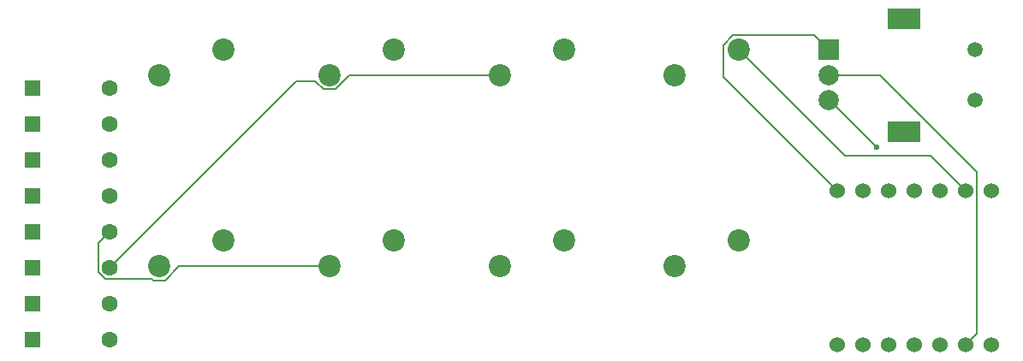
<source format=gbl>
G04 #@! TF.GenerationSoftware,KiCad,Pcbnew,9.0.2*
G04 #@! TF.CreationDate,2025-06-25T22:16:46-04:00*
G04 #@! TF.ProjectId,Macropad,4d616372-6f70-4616-942e-6b696361645f,rev?*
G04 #@! TF.SameCoordinates,Original*
G04 #@! TF.FileFunction,Copper,L2,Bot*
G04 #@! TF.FilePolarity,Positive*
%FSLAX46Y46*%
G04 Gerber Fmt 4.6, Leading zero omitted, Abs format (unit mm)*
G04 Created by KiCad (PCBNEW 9.0.2) date 2025-06-25 22:16:46*
%MOMM*%
%LPD*%
G01*
G04 APERTURE LIST*
G04 Aperture macros list*
%AMRoundRect*
0 Rectangle with rounded corners*
0 $1 Rounding radius*
0 $2 $3 $4 $5 $6 $7 $8 $9 X,Y pos of 4 corners*
0 Add a 4 corners polygon primitive as box body*
4,1,4,$2,$3,$4,$5,$6,$7,$8,$9,$2,$3,0*
0 Add four circle primitives for the rounded corners*
1,1,$1+$1,$2,$3*
1,1,$1+$1,$4,$5*
1,1,$1+$1,$6,$7*
1,1,$1+$1,$8,$9*
0 Add four rect primitives between the rounded corners*
20,1,$1+$1,$2,$3,$4,$5,0*
20,1,$1+$1,$4,$5,$6,$7,0*
20,1,$1+$1,$6,$7,$8,$9,0*
20,1,$1+$1,$8,$9,$2,$3,0*%
G04 Aperture macros list end*
G04 #@! TA.AperFunction,ComponentPad*
%ADD10RoundRect,0.250000X-0.550000X-0.550000X0.550000X-0.550000X0.550000X0.550000X-0.550000X0.550000X0*%
G04 #@! TD*
G04 #@! TA.AperFunction,ComponentPad*
%ADD11C,1.600000*%
G04 #@! TD*
G04 #@! TA.AperFunction,ComponentPad*
%ADD12C,2.200000*%
G04 #@! TD*
G04 #@! TA.AperFunction,ComponentPad*
%ADD13C,1.500000*%
G04 #@! TD*
G04 #@! TA.AperFunction,ComponentPad*
%ADD14R,2.000000X2.000000*%
G04 #@! TD*
G04 #@! TA.AperFunction,ComponentPad*
%ADD15C,2.000000*%
G04 #@! TD*
G04 #@! TA.AperFunction,ComponentPad*
%ADD16R,3.200000X2.000000*%
G04 #@! TD*
G04 #@! TA.AperFunction,ComponentPad*
%ADD17C,1.524000*%
G04 #@! TD*
G04 #@! TA.AperFunction,ViaPad*
%ADD18C,0.600000*%
G04 #@! TD*
G04 #@! TA.AperFunction,Conductor*
%ADD19C,0.200000*%
G04 #@! TD*
G04 APERTURE END LIST*
D10*
G04 #@! TO.P,D3,1,K*
G04 #@! TO.N,row 1*
X87987500Y-75075000D03*
D11*
G04 #@! TO.P,D3,2,A*
G04 #@! TO.N,Net-(D3-A)*
X95607500Y-75075000D03*
G04 #@! TD*
D10*
G04 #@! TO.P,D4,1,K*
G04 #@! TO.N,row 2*
X87987500Y-78625000D03*
D11*
G04 #@! TO.P,D4,2,A*
G04 #@! TO.N,Net-(D4-A)*
X95607500Y-78625000D03*
G04 #@! TD*
D12*
G04 #@! TO.P,SW2,1,1*
G04 #@! TO.N,Col 1*
X106878750Y-83026250D03*
G04 #@! TO.P,SW2,2,2*
G04 #@! TO.N,Net-(D2-A)*
X100528750Y-85566250D03*
G04 #@! TD*
D10*
G04 #@! TO.P,D1,1,K*
G04 #@! TO.N,row 1*
X87987500Y-67975000D03*
D11*
G04 #@! TO.P,D1,2,A*
G04 #@! TO.N,Net-(D1-A)*
X95607500Y-67975000D03*
G04 #@! TD*
D12*
G04 #@! TO.P,SW8,1,1*
G04 #@! TO.N,Col 1*
X157855000Y-83026250D03*
G04 #@! TO.P,SW8,2,2*
G04 #@! TO.N,Net-(D8-A)*
X151505000Y-85566250D03*
G04 #@! TD*
D10*
G04 #@! TO.P,D2,1,K*
G04 #@! TO.N,row 1*
X87987500Y-71525000D03*
D11*
G04 #@! TO.P,D2,2,A*
G04 #@! TO.N,Net-(D2-A)*
X95607500Y-71525000D03*
G04 #@! TD*
D13*
G04 #@! TO.P,SW9,*
G04 #@! TO.N,*
X181206250Y-64175000D03*
X181206250Y-69175000D03*
D14*
G04 #@! TO.P,SW9,A,A*
G04 #@! TO.N,ENC_A*
X166706250Y-64175000D03*
D15*
G04 #@! TO.P,SW9,B,B*
G04 #@! TO.N,ENC_B*
X166706250Y-69175000D03*
G04 #@! TO.P,SW9,C,C*
G04 #@! TO.N,gnd*
X166706250Y-66675000D03*
D16*
G04 #@! TO.P,SW9,MP*
G04 #@! TO.N,N/C*
X174206250Y-61075000D03*
X174206250Y-72275000D03*
G04 #@! TD*
D12*
G04 #@! TO.P,SW5,1,1*
G04 #@! TO.N,Col 2*
X140533750Y-64135000D03*
G04 #@! TO.P,SW5,2,2*
G04 #@! TO.N,Net-(D6-A)*
X134183750Y-66675000D03*
G04 #@! TD*
G04 #@! TO.P,SW3,1,1*
G04 #@! TO.N,Col 0*
X123697500Y-64135000D03*
G04 #@! TO.P,SW3,2,2*
G04 #@! TO.N,Net-(D4-A)*
X117347500Y-66675000D03*
G04 #@! TD*
D10*
G04 #@! TO.P,D7,1,K*
G04 #@! TO.N,row 0*
X87987500Y-89275000D03*
D11*
G04 #@! TO.P,D7,2,A*
G04 #@! TO.N,Net-(D7-A)*
X95607500Y-89275000D03*
G04 #@! TD*
D12*
G04 #@! TO.P,SW7,1,1*
G04 #@! TO.N,Col 0*
X157855000Y-64135000D03*
G04 #@! TO.P,SW7,2,2*
G04 #@! TO.N,Net-(D1-A)*
X151505000Y-66675000D03*
G04 #@! TD*
D17*
G04 #@! TO.P,U1,1,GPIO26/ADC0/A0*
G04 #@! TO.N,unconnected-(U1-GPIO26{slash}ADC0{slash}A0-Pad1)*
X182816500Y-78105000D03*
G04 #@! TO.P,U1,2,GPIO27/ADC1/A1*
G04 #@! TO.N,Col 0*
X180276500Y-78105000D03*
G04 #@! TO.P,U1,3,GPIO28/ADC2/A2*
G04 #@! TO.N,Col 1*
X177736500Y-78105000D03*
G04 #@! TO.P,U1,4,GPIO29/ADC3/A3*
G04 #@! TO.N,Col 2*
X175196500Y-78105000D03*
G04 #@! TO.P,U1,5,GPIO6/SDA*
G04 #@! TO.N,unconnected-(U1-GPIO6{slash}SDA-Pad5)*
X172656500Y-78105000D03*
G04 #@! TO.P,U1,6,GPIO7/SCL*
G04 #@! TO.N,unconnected-(U1-GPIO7{slash}SCL-Pad6)*
X170116500Y-78105000D03*
G04 #@! TO.P,U1,7,GPIO0/TX*
G04 #@! TO.N,ENC_A*
X167576500Y-78105000D03*
G04 #@! TO.P,U1,8,GPIO1/RX*
G04 #@! TO.N,ENC_B*
X167576500Y-93345000D03*
G04 #@! TO.P,U1,9,GPIO2/SCK*
G04 #@! TO.N,row 2*
X170116500Y-93345000D03*
G04 #@! TO.P,U1,10,GPIO4/MISO*
G04 #@! TO.N,row 1*
X172656500Y-93345000D03*
G04 #@! TO.P,U1,11,GPIO3/MOSI*
G04 #@! TO.N,row 0*
X175196500Y-93345000D03*
G04 #@! TO.P,U1,12,3V3*
G04 #@! TO.N,unconnected-(U1-3V3-Pad12)*
X177736500Y-93345000D03*
G04 #@! TO.P,U1,13,GND*
G04 #@! TO.N,gnd*
X180276500Y-93345000D03*
G04 #@! TO.P,U1,14,VBUS*
G04 #@! TO.N,+5V*
X182816500Y-93345000D03*
G04 #@! TD*
D12*
G04 #@! TO.P,SW1,1,1*
G04 #@! TO.N,Col 2*
X106878750Y-64135000D03*
G04 #@! TO.P,SW1,2,2*
G04 #@! TO.N,Net-(D3-A)*
X100528750Y-66675000D03*
G04 #@! TD*
G04 #@! TO.P,SW4,1,1*
G04 #@! TO.N,Col 1*
X123697500Y-83026250D03*
G04 #@! TO.P,SW4,2,2*
G04 #@! TO.N,Net-(D5-A)*
X117347500Y-85566250D03*
G04 #@! TD*
G04 #@! TO.P,SW6,1,1*
G04 #@! TO.N,Col 0*
X140533750Y-83026250D03*
G04 #@! TO.P,SW6,2,2*
G04 #@! TO.N,Net-(D7-A)*
X134183750Y-85566250D03*
G04 #@! TD*
D10*
G04 #@! TO.P,D8,1,K*
G04 #@! TO.N,row 0*
X87987500Y-92825000D03*
D11*
G04 #@! TO.P,D8,2,A*
G04 #@! TO.N,Net-(D8-A)*
X95607500Y-92825000D03*
G04 #@! TD*
D10*
G04 #@! TO.P,D6,1,K*
G04 #@! TO.N,row 2*
X87987500Y-85725000D03*
D11*
G04 #@! TO.P,D6,2,A*
G04 #@! TO.N,Net-(D6-A)*
X95607500Y-85725000D03*
G04 #@! TD*
D10*
G04 #@! TO.P,D5,1,K*
G04 #@! TO.N,row 2*
X87987500Y-82175000D03*
D11*
G04 #@! TO.P,D5,2,A*
G04 #@! TO.N,Net-(D5-A)*
X95607500Y-82175000D03*
G04 #@! TD*
D18*
G04 #@! TO.N,ENC_B*
X171450000Y-73818750D03*
G04 #@! TD*
D19*
G04 #@! TO.N,Net-(D5-A)*
X99807186Y-86826000D02*
X99948436Y-86967250D01*
X102510064Y-85566250D02*
X117347500Y-85566250D01*
X95151450Y-86826000D02*
X99807186Y-86826000D01*
X101109064Y-86967250D02*
X102510064Y-85566250D01*
X95607500Y-82175000D02*
X94506500Y-83276000D01*
X94506500Y-86181050D02*
X95151450Y-86826000D01*
X99948436Y-86967250D02*
X101109064Y-86967250D01*
X94506500Y-83276000D02*
X94506500Y-86181050D01*
G04 #@! TO.N,Net-(D6-A)*
X95607500Y-85725000D02*
X114077186Y-67255314D01*
X119328814Y-66675000D02*
X134183750Y-66675000D01*
X116767186Y-68076000D02*
X117927814Y-68076000D01*
X114077186Y-67255314D02*
X115946500Y-67255314D01*
X115946500Y-67255314D02*
X116767186Y-68076000D01*
X117927814Y-68076000D02*
X119328814Y-66675000D01*
G04 #@! TO.N,Col 0*
X157855000Y-64135000D02*
X168380750Y-74660750D01*
X168380750Y-74660750D02*
X176832250Y-74660750D01*
X176832250Y-74660750D02*
X180276500Y-78105000D01*
G04 #@! TO.N,ENC_A*
X156288816Y-66817316D02*
X167576500Y-78105000D01*
X157274686Y-62734000D02*
X156288816Y-63719870D01*
X166706250Y-64175000D02*
X165265250Y-62734000D01*
X156288816Y-63719870D02*
X156288816Y-66817316D01*
X165265250Y-62734000D02*
X157274686Y-62734000D01*
G04 #@! TO.N,gnd*
X181339500Y-76206250D02*
X181339500Y-92282000D01*
X171808250Y-66675000D02*
X181339500Y-76206250D01*
X166706250Y-66675000D02*
X171808250Y-66675000D01*
X181339500Y-92282000D02*
X180276500Y-93345000D01*
G04 #@! TO.N,ENC_B*
X166706250Y-69175000D02*
X166806250Y-69175000D01*
X166806250Y-69175000D02*
X171450000Y-73818750D01*
G04 #@! TD*
M02*

</source>
